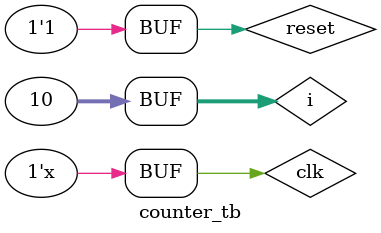
<source format=v>
`timescale 1ns / 1ps

module TFF(input clk,reset,T, output reg q, qb);
always@(posedge clk)
if(reset==0)
begin
    q <= 0;
    qb <= 1;
end
else
begin
    qb <= T;
    q <= ~T;
end
endmodule

module Counter(
    input clk, reset, output  [2:0] q,qb
    );
//wire w1;
//assign q[2] = w1;
TFF T2(clk, reset, 1, q[2],qb[2]);
TFF T1(q[2], reset, 1, q[1], qb[1]);
TFF T0(q[1], reset, 1, q[0], qb[0]);

endmodule

module counter_tb;
reg clk, reset;
wire [2:0] q,qb;
Counter C1(clk, reset, q, qb);
integer i=0;
initial
begin 
reset = 1; 

for(i=0; i<10; i=i+1)

#5 
clk = ~clk;
end
endmodule
</source>
